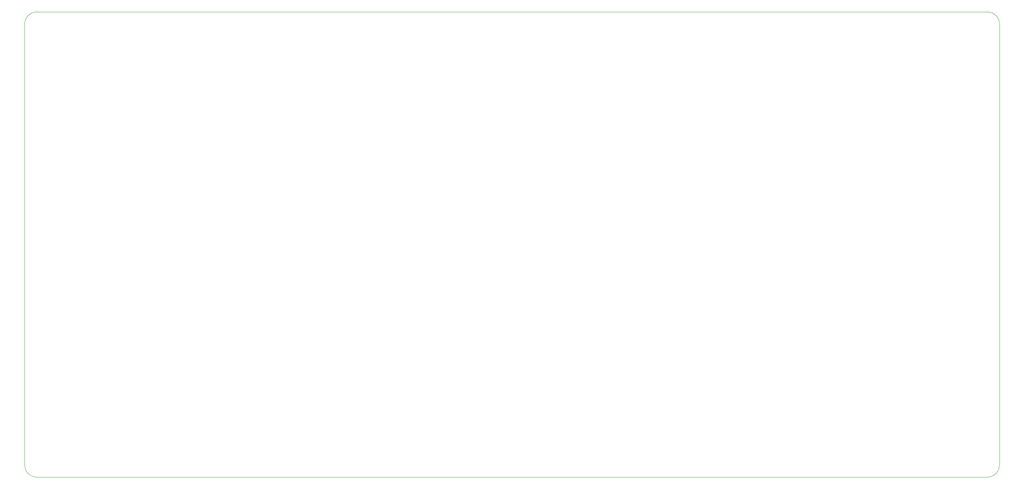
<source format=gbr>
%TF.GenerationSoftware,KiCad,Pcbnew,8.0.3*%
%TF.CreationDate,2024-07-10T09:14:50+07:00*%
%TF.ProjectId,probe,70726f62-652e-46b6-9963-61645f706362,rev?*%
%TF.SameCoordinates,Original*%
%TF.FileFunction,Profile,NP*%
%FSLAX46Y46*%
G04 Gerber Fmt 4.6, Leading zero omitted, Abs format (unit mm)*
G04 Created by KiCad (PCBNEW 8.0.3) date 2024-07-10 09:14:50*
%MOMM*%
%LPD*%
G01*
G04 APERTURE LIST*
%TA.AperFunction,Profile*%
%ADD10C,0.050000*%
%TD*%
G04 APERTURE END LIST*
D10*
X149500000Y-136000000D02*
X379500000Y-136000000D01*
X146500000Y-245750000D02*
X146500000Y-139000000D01*
X382500000Y-139000000D02*
X382500000Y-245750000D01*
X379500000Y-248750000D02*
X149500000Y-248750000D01*
X379500000Y-136000000D02*
G75*
G02*
X382500000Y-139000000I0J-3000000D01*
G01*
X146500000Y-139000000D02*
G75*
G02*
X149500000Y-136000000I3000000J0D01*
G01*
X149500000Y-248750000D02*
G75*
G02*
X146500000Y-245750000I0J3000000D01*
G01*
X382500000Y-245750000D02*
G75*
G02*
X379500000Y-248750000I-3000000J0D01*
G01*
M02*

</source>
